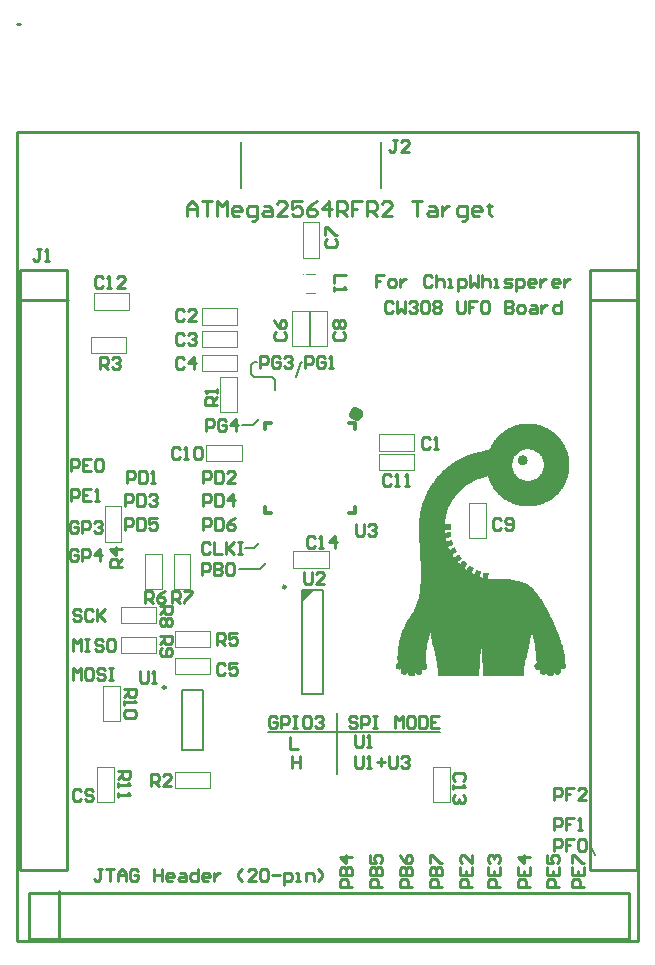
<source format=gto>
G04 Layer_Color=65535*
%FSLAX25Y25*%
%MOIN*%
G70*
G01*
G75*
%ADD22C,0.01000*%
%ADD41C,0.00984*%
%ADD42C,0.00394*%
%ADD43C,0.03937*%
%ADD44C,0.00787*%
%ADD45C,0.01181*%
%ADD46C,0.00500*%
G36*
X271542Y272546D02*
X272650D01*
Y272361D01*
X273389D01*
Y272176D01*
X274127D01*
Y271992D01*
X274681D01*
Y271807D01*
X275050D01*
Y271622D01*
X275604D01*
Y271438D01*
X275974D01*
Y271253D01*
X276343D01*
Y271068D01*
X276712D01*
Y270884D01*
X276897D01*
Y270699D01*
X277266D01*
Y270514D01*
X277451D01*
Y270330D01*
X277820D01*
Y270145D01*
X278005D01*
Y269960D01*
X278374D01*
Y269776D01*
X278559D01*
Y269591D01*
X278743D01*
Y269407D01*
X278928D01*
Y269222D01*
X279113D01*
Y269037D01*
X279297D01*
Y268853D01*
X279482D01*
Y268668D01*
X279667D01*
Y268483D01*
X279851D01*
Y268299D01*
X280036D01*
Y268114D01*
X280221D01*
Y267929D01*
X280405D01*
Y267745D01*
X280590D01*
Y267560D01*
X280775D01*
Y267375D01*
Y267191D01*
X280959D01*
Y267006D01*
X281144D01*
Y266821D01*
X281329D01*
Y266637D01*
Y266452D01*
X281513D01*
Y266267D01*
Y266083D01*
X281698D01*
Y265898D01*
X281883D01*
Y265714D01*
Y265529D01*
X282067D01*
Y265344D01*
Y265160D01*
X282252D01*
Y264975D01*
Y264790D01*
X282436D01*
Y264606D01*
Y264421D01*
Y264236D01*
X282621D01*
Y264052D01*
Y263867D01*
X282806D01*
Y263682D01*
Y263498D01*
Y263313D01*
X282990D01*
Y263128D01*
Y262944D01*
Y262759D01*
X283175D01*
Y262574D01*
Y262390D01*
Y262205D01*
Y262020D01*
X283360D01*
Y261836D01*
Y261651D01*
Y261467D01*
Y261282D01*
Y261097D01*
Y260912D01*
X283544D01*
Y260728D01*
Y260543D01*
Y260359D01*
Y260174D01*
Y259989D01*
Y259805D01*
Y259620D01*
Y259435D01*
Y259251D01*
Y259066D01*
Y258881D01*
Y258697D01*
Y258512D01*
Y258327D01*
Y258143D01*
Y257958D01*
Y257773D01*
Y257589D01*
Y257404D01*
Y257220D01*
Y257035D01*
X283360D01*
Y256850D01*
Y256665D01*
Y256481D01*
Y256296D01*
Y256112D01*
Y255927D01*
X283175D01*
Y255742D01*
Y255558D01*
Y255373D01*
Y255188D01*
X282990D01*
Y255004D01*
Y254819D01*
Y254634D01*
X282806D01*
Y254450D01*
Y254265D01*
Y254080D01*
X282621D01*
Y253896D01*
Y253711D01*
Y253526D01*
X282436D01*
Y253342D01*
Y253157D01*
X282252D01*
Y252973D01*
Y252788D01*
X282067D01*
Y252603D01*
Y252418D01*
X281883D01*
Y252234D01*
Y252049D01*
X281698D01*
Y251865D01*
Y251680D01*
X281513D01*
Y251495D01*
X281329D01*
Y251311D01*
Y251126D01*
X281144D01*
Y250941D01*
X280959D01*
Y250757D01*
Y250572D01*
X280775D01*
Y250387D01*
X280590D01*
Y250203D01*
X280405D01*
Y250018D01*
X280221D01*
Y249833D01*
X280036D01*
Y249649D01*
Y249464D01*
X279851D01*
Y249279D01*
X279667D01*
Y249095D01*
X279482D01*
Y248910D01*
X279297D01*
Y248726D01*
X278928D01*
Y248541D01*
X278743D01*
Y248356D01*
X278559D01*
Y248171D01*
X278374D01*
Y247987D01*
X278189D01*
Y247802D01*
X277820D01*
Y247618D01*
X277636D01*
Y247433D01*
X277266D01*
Y247248D01*
X277082D01*
Y247064D01*
X276712D01*
Y246879D01*
X276343D01*
Y246694D01*
X275974D01*
Y246510D01*
X275604D01*
Y246325D01*
X275235D01*
Y246140D01*
X274681D01*
Y245956D01*
X274127D01*
Y245771D01*
X273573D01*
Y245586D01*
X272834D01*
Y245402D01*
X271727D01*
Y245217D01*
X267849D01*
Y245402D01*
X266741D01*
Y245586D01*
X266002D01*
Y245771D01*
X265448D01*
Y245956D01*
X264895D01*
Y246140D01*
X264340D01*
Y246325D01*
X263971D01*
Y246510D01*
X263602D01*
Y246694D01*
X263233D01*
Y246879D01*
X262863D01*
Y247064D01*
X262679D01*
Y247248D01*
X262309D01*
Y247433D01*
X261940D01*
Y247618D01*
X261755D01*
Y247802D01*
X261571D01*
Y247987D01*
X261201D01*
Y248171D01*
X261017D01*
Y248356D01*
X260832D01*
Y248541D01*
X260648D01*
Y248726D01*
X260463D01*
Y248910D01*
X260093D01*
Y249095D01*
X259909D01*
Y249279D01*
X259724D01*
Y249464D01*
Y249649D01*
X259540D01*
Y249833D01*
X259355D01*
Y250018D01*
X259170D01*
Y250203D01*
X258986D01*
Y250387D01*
X258801D01*
Y250572D01*
Y250757D01*
X258616D01*
Y250941D01*
X258432D01*
Y251126D01*
X258247D01*
Y251311D01*
Y251495D01*
X258062D01*
Y251680D01*
Y251865D01*
X257878D01*
Y252049D01*
X257693D01*
Y252234D01*
Y252418D01*
X257508D01*
Y252603D01*
Y252788D01*
X257324D01*
Y252973D01*
Y253157D01*
X257139D01*
Y253342D01*
Y253526D01*
Y253711D01*
X256954D01*
Y253896D01*
Y254080D01*
X256770D01*
Y254265D01*
Y254450D01*
Y254634D01*
X256585D01*
Y254819D01*
Y255004D01*
X256400D01*
Y255188D01*
X256031D01*
Y255004D01*
X255108D01*
Y254819D01*
X254554D01*
Y254634D01*
X254000D01*
Y254450D01*
X253446D01*
Y254265D01*
X252892D01*
Y254080D01*
X252523D01*
Y253896D01*
X252153D01*
Y253711D01*
X251784D01*
Y253526D01*
X251415D01*
Y253342D01*
X251046D01*
Y253157D01*
X250676D01*
Y252973D01*
X250307D01*
Y252788D01*
X250122D01*
Y252603D01*
X249753D01*
Y252418D01*
X249568D01*
Y252234D01*
X249199D01*
Y252049D01*
X249014D01*
Y251865D01*
X248830D01*
Y251680D01*
X248460D01*
Y251495D01*
X248276D01*
Y251311D01*
X248091D01*
Y251126D01*
X247906D01*
Y250941D01*
X247722D01*
Y250757D01*
X247537D01*
Y250572D01*
X247353D01*
Y250387D01*
X247168D01*
Y250203D01*
X246983D01*
Y250018D01*
X246799D01*
Y249833D01*
X246614D01*
Y249649D01*
X246429D01*
Y249464D01*
X246245D01*
Y249279D01*
X246060D01*
Y249095D01*
X245875D01*
Y248910D01*
Y248726D01*
X245691D01*
Y248541D01*
X245506D01*
Y248356D01*
X245321D01*
Y248171D01*
Y247987D01*
X245137D01*
Y247802D01*
X244952D01*
Y247618D01*
X244767D01*
Y247433D01*
Y247248D01*
X244583D01*
Y247064D01*
Y246879D01*
X244398D01*
Y246694D01*
X244213D01*
Y246510D01*
Y246325D01*
X244029D01*
Y246140D01*
Y245956D01*
X243844D01*
Y245771D01*
Y245586D01*
X243659D01*
Y245402D01*
Y245217D01*
X243475D01*
Y245032D01*
Y244848D01*
X243290D01*
Y244663D01*
Y244479D01*
Y244294D01*
X243106D01*
Y244109D01*
Y243924D01*
X242921D01*
Y243740D01*
Y243555D01*
Y243371D01*
X242736D01*
Y243186D01*
Y243001D01*
Y242817D01*
Y242632D01*
X242551D01*
Y242447D01*
Y242263D01*
Y242078D01*
Y241893D01*
X242367D01*
Y241709D01*
Y241524D01*
Y241339D01*
Y241155D01*
Y240970D01*
X242182D01*
Y240785D01*
Y240601D01*
Y240416D01*
Y240231D01*
Y240047D01*
Y239862D01*
Y239678D01*
X241998D01*
Y239493D01*
Y239308D01*
X244029D01*
Y239124D01*
Y238939D01*
Y238754D01*
Y238570D01*
Y238385D01*
Y238200D01*
Y238016D01*
Y237831D01*
Y237646D01*
Y237462D01*
X241998D01*
Y237277D01*
Y237092D01*
Y236908D01*
Y236723D01*
Y236538D01*
X242182D01*
Y236354D01*
X242736D01*
Y236538D01*
X243844D01*
Y236723D01*
X244029D01*
Y236538D01*
Y236354D01*
Y236169D01*
Y235984D01*
Y235800D01*
Y235615D01*
X244213D01*
Y235431D01*
Y235246D01*
Y235061D01*
Y234876D01*
X243475D01*
Y234692D01*
X242551D01*
Y234507D01*
X242367D01*
Y234323D01*
X242551D01*
Y234138D01*
Y233953D01*
Y233769D01*
Y233584D01*
X242736D01*
Y233399D01*
X242921D01*
Y233584D01*
X243290D01*
Y233769D01*
X243844D01*
Y233953D01*
X244398D01*
Y233769D01*
X244583D01*
Y233584D01*
Y233399D01*
Y233215D01*
X244767D01*
Y233030D01*
Y232845D01*
X244952D01*
Y232661D01*
Y232476D01*
Y232291D01*
X244583D01*
Y232107D01*
X244029D01*
Y231922D01*
X243475D01*
Y231737D01*
X243290D01*
Y231553D01*
Y231368D01*
X243475D01*
Y231184D01*
Y230999D01*
X243659D01*
Y230814D01*
X244029D01*
Y230999D01*
X244398D01*
Y231184D01*
X244767D01*
Y231368D01*
X245137D01*
Y231553D01*
X245321D01*
Y231368D01*
X245506D01*
Y231184D01*
Y230999D01*
X245691D01*
Y230814D01*
Y230629D01*
X245875D01*
Y230445D01*
X246060D01*
Y230260D01*
Y230076D01*
Y229891D01*
X245875D01*
Y229706D01*
X245506D01*
Y229522D01*
X245137D01*
Y229337D01*
X244952D01*
Y229152D01*
X244583D01*
Y228968D01*
X244767D01*
Y228783D01*
Y228598D01*
X244952D01*
Y228414D01*
X245137D01*
Y228229D01*
X245506D01*
Y228414D01*
X245691D01*
Y228598D01*
X245875D01*
Y228783D01*
X246060D01*
Y228968D01*
X246245D01*
Y229152D01*
X246799D01*
Y228968D01*
X246983D01*
Y228783D01*
Y228598D01*
X247168D01*
Y228414D01*
X247353D01*
Y228229D01*
X247537D01*
Y228044D01*
X247722D01*
Y227860D01*
Y227675D01*
X247353D01*
Y227490D01*
X247168D01*
Y227306D01*
X246983D01*
Y227121D01*
X246799D01*
Y226937D01*
X246614D01*
Y226752D01*
X246429D01*
Y226567D01*
X246614D01*
Y226382D01*
X246799D01*
Y226198D01*
X246983D01*
Y226013D01*
X247353D01*
Y226198D01*
Y226382D01*
X247537D01*
Y226567D01*
X247722D01*
Y226752D01*
X247906D01*
Y226937D01*
X248091D01*
Y227121D01*
X248460D01*
Y226937D01*
X248645D01*
Y226752D01*
X248830D01*
Y226567D01*
X249199D01*
Y226382D01*
X249384D01*
Y226198D01*
X249568D01*
Y226013D01*
Y225829D01*
X249384D01*
Y225644D01*
X249199D01*
Y225459D01*
X249014D01*
Y225275D01*
Y225090D01*
X248830D01*
Y224905D01*
X248645D01*
Y224721D01*
Y224536D01*
X248830D01*
Y224351D01*
X249014D01*
Y224167D01*
X249199D01*
Y223982D01*
X249384D01*
Y224167D01*
X249568D01*
Y224351D01*
Y224536D01*
X249753D01*
Y224721D01*
X249938D01*
Y224905D01*
Y225090D01*
X250122D01*
Y225275D01*
Y225459D01*
X250492D01*
Y225275D01*
X250861D01*
Y225090D01*
X251046D01*
Y224905D01*
X251415D01*
Y224721D01*
X251784D01*
Y224536D01*
Y224351D01*
X251600D01*
Y224167D01*
Y223982D01*
X251415D01*
Y223797D01*
Y223613D01*
X251230D01*
Y223428D01*
X251046D01*
Y223243D01*
Y223059D01*
Y222874D01*
X251415D01*
Y222690D01*
X251784D01*
Y222505D01*
X251969D01*
Y222690D01*
Y222874D01*
X252153D01*
Y223059D01*
Y223243D01*
Y223428D01*
X252338D01*
Y223613D01*
Y223797D01*
X252523D01*
Y223982D01*
X253077D01*
Y223797D01*
X253631D01*
Y223613D01*
X254185D01*
Y223428D01*
Y223243D01*
Y223059D01*
X254000D01*
Y222874D01*
Y222690D01*
X253815D01*
Y222505D01*
Y222320D01*
Y222135D01*
X253631D01*
Y221951D01*
Y221766D01*
X254000D01*
Y221582D01*
X254554D01*
Y221397D01*
X254739D01*
Y221582D01*
Y221766D01*
Y221951D01*
Y222135D01*
X254923D01*
Y222320D01*
Y222505D01*
Y222690D01*
Y222874D01*
Y223059D01*
X256031D01*
Y222874D01*
X256770D01*
Y222690D01*
Y222505D01*
Y222320D01*
X256585D01*
Y222135D01*
Y221951D01*
Y221766D01*
Y221582D01*
Y221397D01*
Y221212D01*
Y221028D01*
X258801D01*
Y220843D01*
X263971D01*
Y220658D01*
X265448D01*
Y220474D01*
X266372D01*
Y220289D01*
X267110D01*
Y220104D01*
X267849D01*
Y219920D01*
X268218D01*
Y219735D01*
X268772D01*
Y219550D01*
X269142D01*
Y219366D01*
X269511D01*
Y219181D01*
X269695D01*
Y218996D01*
X270065D01*
Y218812D01*
X270249D01*
Y218627D01*
X270434D01*
Y218443D01*
X270803D01*
Y218258D01*
X270988D01*
Y218073D01*
X271173D01*
Y217888D01*
X271357D01*
Y217704D01*
X271542D01*
Y217519D01*
X271727D01*
Y217335D01*
X271911D01*
Y217150D01*
X272096D01*
Y216965D01*
X272281D01*
Y216781D01*
X272465D01*
Y216596D01*
Y216411D01*
X272650D01*
Y216227D01*
X272834D01*
Y216042D01*
X273019D01*
Y215857D01*
X273204D01*
Y215673D01*
Y215488D01*
X273389D01*
Y215303D01*
X273573D01*
Y215119D01*
Y214934D01*
X273758D01*
Y214749D01*
X273942D01*
Y214565D01*
Y214380D01*
X274127D01*
Y214195D01*
X274312D01*
Y214011D01*
Y213826D01*
X274496D01*
Y213642D01*
X274681D01*
Y213457D01*
Y213272D01*
X274866D01*
Y213088D01*
Y212903D01*
X275050D01*
Y212718D01*
X275235D01*
Y212534D01*
Y212349D01*
X275420D01*
Y212164D01*
Y211980D01*
X275604D01*
Y211795D01*
X275789D01*
Y211610D01*
Y211426D01*
X275974D01*
Y211241D01*
Y211056D01*
X276158D01*
Y210872D01*
Y210687D01*
X276343D01*
Y210502D01*
Y210318D01*
X276528D01*
Y210133D01*
Y209948D01*
X276712D01*
Y209764D01*
Y209579D01*
X276897D01*
Y209395D01*
Y209210D01*
X277082D01*
Y209025D01*
Y208840D01*
X277266D01*
Y208656D01*
Y208471D01*
X277451D01*
Y208287D01*
Y208102D01*
X277636D01*
Y207917D01*
Y207733D01*
X277820D01*
Y207548D01*
Y207363D01*
X278005D01*
Y207179D01*
Y206994D01*
X278189D01*
Y206809D01*
Y206625D01*
X278374D01*
Y206440D01*
Y206255D01*
X278559D01*
Y206071D01*
Y205886D01*
Y205701D01*
X278743D01*
Y205517D01*
Y205332D01*
X278928D01*
Y205148D01*
Y204963D01*
X279113D01*
Y204778D01*
Y204593D01*
Y204409D01*
X279297D01*
Y204224D01*
Y204040D01*
X279482D01*
Y203855D01*
Y203670D01*
Y203486D01*
X279667D01*
Y203301D01*
Y203116D01*
X279851D01*
Y202932D01*
Y202747D01*
Y202562D01*
X280036D01*
Y202378D01*
Y202193D01*
Y202008D01*
X280221D01*
Y201824D01*
Y201639D01*
X280405D01*
Y201454D01*
Y201270D01*
Y201085D01*
X280590D01*
Y200901D01*
Y200716D01*
Y200531D01*
X280775D01*
Y200346D01*
Y200162D01*
Y199977D01*
X280959D01*
Y199793D01*
Y199608D01*
Y199423D01*
X281144D01*
Y199239D01*
Y199054D01*
Y198869D01*
X281329D01*
Y198685D01*
Y198500D01*
Y198315D01*
Y198131D01*
X281513D01*
Y197946D01*
Y197761D01*
Y197577D01*
Y197392D01*
X281698D01*
Y197207D01*
Y197023D01*
Y196838D01*
Y196653D01*
X281883D01*
Y196469D01*
Y196284D01*
Y196099D01*
Y195915D01*
X282067D01*
Y195730D01*
Y195546D01*
Y195361D01*
Y195176D01*
Y194992D01*
Y194807D01*
Y194622D01*
Y194438D01*
Y194253D01*
Y194068D01*
Y193884D01*
Y193699D01*
Y193514D01*
Y193330D01*
Y193145D01*
Y192960D01*
X282252D01*
Y192776D01*
X282436D01*
Y192591D01*
Y192406D01*
X282621D01*
Y192222D01*
Y192037D01*
Y191852D01*
Y191668D01*
X282436D01*
Y191483D01*
Y191299D01*
X282252D01*
Y191114D01*
X282067D01*
Y190929D01*
X281513D01*
Y190745D01*
X281329D01*
Y190929D01*
X280775D01*
Y190745D01*
Y190560D01*
Y190375D01*
Y190191D01*
Y190006D01*
Y189821D01*
Y189637D01*
X280590D01*
Y189452D01*
Y189267D01*
X280221D01*
Y189083D01*
X279113D01*
Y189267D01*
X278928D01*
Y189452D01*
X278743D01*
Y189637D01*
X278559D01*
Y189452D01*
Y189267D01*
X278374D01*
Y189083D01*
Y188898D01*
X278189D01*
Y188713D01*
X278005D01*
Y188529D01*
X276528D01*
Y188713D01*
X276343D01*
Y188898D01*
Y189083D01*
X276158D01*
Y189267D01*
Y189452D01*
Y189637D01*
X275974D01*
Y189452D01*
X275789D01*
Y189267D01*
X275604D01*
Y189083D01*
X274312D01*
Y189267D01*
X273942D01*
Y189452D01*
Y189637D01*
X273758D01*
Y189821D01*
Y190006D01*
Y190191D01*
Y190375D01*
Y190560D01*
Y190745D01*
X272465D01*
Y190929D01*
X272281D01*
Y191114D01*
X272096D01*
Y191299D01*
Y191483D01*
Y191668D01*
X271911D01*
Y191852D01*
Y192037D01*
Y192222D01*
X272096D01*
Y192406D01*
Y192591D01*
X272281D01*
Y192776D01*
X272465D01*
Y192960D01*
X272650D01*
Y193145D01*
Y193330D01*
Y193514D01*
X272465D01*
Y193699D01*
Y193884D01*
Y194068D01*
Y194253D01*
Y194438D01*
Y194622D01*
Y194807D01*
Y194992D01*
Y195176D01*
Y195361D01*
Y195546D01*
Y195730D01*
Y195915D01*
Y196099D01*
Y196284D01*
Y196469D01*
Y196653D01*
Y196838D01*
Y197023D01*
X272281D01*
Y197207D01*
Y197392D01*
Y197577D01*
Y197761D01*
Y197946D01*
Y198131D01*
Y198315D01*
Y198500D01*
X272096D01*
Y198685D01*
Y198869D01*
Y199054D01*
Y199239D01*
Y199423D01*
Y199608D01*
X271911D01*
Y199793D01*
Y199977D01*
Y200162D01*
Y200346D01*
X271727D01*
Y200531D01*
Y200716D01*
Y200901D01*
Y201085D01*
X271542D01*
Y201270D01*
Y201454D01*
Y201639D01*
Y201824D01*
X271357D01*
Y202008D01*
Y202193D01*
Y202378D01*
X271173D01*
Y202562D01*
Y202747D01*
Y202932D01*
X270988D01*
Y202747D01*
Y202562D01*
Y202378D01*
X270803D01*
Y202193D01*
Y202008D01*
Y201824D01*
Y201639D01*
Y201454D01*
Y201270D01*
X270619D01*
Y201085D01*
Y200901D01*
Y200716D01*
Y200531D01*
Y200346D01*
Y200162D01*
X270434D01*
Y199977D01*
Y199793D01*
Y199608D01*
Y199423D01*
X270249D01*
Y199239D01*
Y199054D01*
Y198869D01*
Y198685D01*
Y198500D01*
X270065D01*
Y198315D01*
Y198131D01*
Y197946D01*
Y197761D01*
X269880D01*
Y197577D01*
Y197392D01*
Y197207D01*
Y197023D01*
X269695D01*
Y196838D01*
Y196653D01*
Y196469D01*
Y196284D01*
X269511D01*
Y196099D01*
Y195915D01*
Y195730D01*
Y195546D01*
X269326D01*
Y195361D01*
Y195176D01*
Y194992D01*
Y194807D01*
X269142D01*
Y194622D01*
Y194438D01*
Y194253D01*
Y194068D01*
Y193884D01*
X268957D01*
Y193699D01*
Y193514D01*
Y193330D01*
Y193145D01*
Y192960D01*
X268772D01*
Y192776D01*
Y192591D01*
Y192406D01*
Y192222D01*
Y192037D01*
Y191852D01*
X268587D01*
Y191668D01*
Y191483D01*
Y191299D01*
Y191114D01*
Y190929D01*
Y190745D01*
Y190560D01*
Y190375D01*
Y190191D01*
Y190006D01*
Y189821D01*
X268403D01*
Y189637D01*
Y189452D01*
Y189267D01*
Y189083D01*
Y188898D01*
Y188713D01*
Y188529D01*
X254923D01*
Y188713D01*
Y188898D01*
Y189083D01*
Y189267D01*
Y189452D01*
Y189637D01*
Y189821D01*
Y190006D01*
Y190191D01*
Y190375D01*
X254739D01*
Y190560D01*
Y190745D01*
Y190929D01*
Y191114D01*
Y191299D01*
Y191483D01*
Y191668D01*
Y191852D01*
Y192037D01*
Y192222D01*
Y192406D01*
Y192591D01*
Y192776D01*
Y192960D01*
X254554D01*
Y193145D01*
Y193330D01*
Y193514D01*
Y193699D01*
Y193884D01*
Y194068D01*
Y194253D01*
Y194438D01*
Y194622D01*
Y194807D01*
Y194992D01*
Y195176D01*
Y195361D01*
X254369D01*
Y195546D01*
Y195730D01*
Y195915D01*
Y196099D01*
Y196284D01*
Y196469D01*
Y196653D01*
Y196838D01*
Y197023D01*
Y197207D01*
Y197392D01*
Y197577D01*
Y197761D01*
X254185D01*
Y197946D01*
Y198131D01*
Y198315D01*
Y198500D01*
X254000D01*
Y198315D01*
Y198131D01*
Y197946D01*
Y197761D01*
Y197577D01*
Y197392D01*
Y197207D01*
Y197023D01*
Y196838D01*
Y196653D01*
Y196469D01*
Y196284D01*
Y196099D01*
X253815D01*
Y195915D01*
Y195730D01*
Y195546D01*
Y195361D01*
Y195176D01*
Y194992D01*
Y194807D01*
Y194622D01*
Y194438D01*
Y194253D01*
Y194068D01*
Y193884D01*
Y193699D01*
Y193514D01*
X253631D01*
Y193330D01*
Y193145D01*
Y192960D01*
Y192776D01*
Y192591D01*
Y192406D01*
Y192222D01*
Y192037D01*
Y191852D01*
Y191668D01*
Y191483D01*
Y191299D01*
Y191114D01*
X253446D01*
Y190929D01*
Y190745D01*
Y190560D01*
Y190375D01*
Y190191D01*
Y190006D01*
Y189821D01*
Y189637D01*
Y189452D01*
Y189267D01*
Y189083D01*
Y188898D01*
Y188713D01*
Y188529D01*
X239782D01*
Y188713D01*
Y188898D01*
Y189083D01*
Y189267D01*
Y189452D01*
Y189637D01*
Y189821D01*
Y190006D01*
Y190191D01*
Y190375D01*
Y190560D01*
Y190745D01*
Y190929D01*
Y191114D01*
Y191299D01*
X239597D01*
Y191483D01*
Y191668D01*
Y191852D01*
Y192037D01*
Y192222D01*
Y192406D01*
Y192591D01*
Y192776D01*
X239412D01*
Y192960D01*
Y193145D01*
Y193330D01*
Y193514D01*
Y193699D01*
X239228D01*
Y193884D01*
Y194068D01*
Y194253D01*
Y194438D01*
Y194622D01*
X239043D01*
Y194807D01*
Y194992D01*
Y195176D01*
Y195361D01*
X238859D01*
Y195546D01*
Y195730D01*
Y195915D01*
Y196099D01*
X238674D01*
Y196284D01*
Y196469D01*
Y196653D01*
Y196838D01*
X238489D01*
Y197023D01*
Y197207D01*
Y197392D01*
Y197577D01*
X238304D01*
Y197761D01*
Y197946D01*
Y198131D01*
Y198315D01*
X238120D01*
Y198500D01*
Y198685D01*
Y198869D01*
Y199054D01*
X237935D01*
Y199239D01*
Y199423D01*
Y199608D01*
Y199793D01*
Y199977D01*
X237751D01*
Y200162D01*
Y200346D01*
Y200531D01*
Y200716D01*
Y200901D01*
X237566D01*
Y201085D01*
Y201270D01*
Y201454D01*
Y201639D01*
Y201824D01*
Y202008D01*
X237381D01*
Y202193D01*
Y202378D01*
Y202562D01*
Y202747D01*
Y202932D01*
X237197D01*
Y202747D01*
Y202562D01*
X237012D01*
Y202378D01*
Y202193D01*
Y202008D01*
X236827D01*
Y201824D01*
Y201639D01*
Y201454D01*
Y201270D01*
X236643D01*
Y201085D01*
Y200901D01*
Y200716D01*
Y200531D01*
X236458D01*
Y200346D01*
Y200162D01*
Y199977D01*
Y199793D01*
X236273D01*
Y199608D01*
Y199423D01*
Y199239D01*
Y199054D01*
Y198869D01*
Y198685D01*
X236089D01*
Y198500D01*
Y198315D01*
Y198131D01*
Y197946D01*
Y197761D01*
Y197577D01*
Y197392D01*
X235904D01*
Y197207D01*
Y197023D01*
Y196838D01*
Y196653D01*
Y196469D01*
Y196284D01*
Y196099D01*
Y195915D01*
Y195730D01*
Y195546D01*
Y195361D01*
Y195176D01*
Y194992D01*
Y194807D01*
Y194622D01*
Y194438D01*
Y194253D01*
Y194068D01*
X235719D01*
Y193884D01*
Y193699D01*
Y193514D01*
Y193330D01*
Y193145D01*
Y192960D01*
X235904D01*
Y192776D01*
X236089D01*
Y192591D01*
X236273D01*
Y192406D01*
Y192222D01*
Y192037D01*
Y191852D01*
Y191668D01*
Y191483D01*
Y191299D01*
X236089D01*
Y191114D01*
Y190929D01*
X235719D01*
Y190745D01*
X234612D01*
Y190929D01*
X234427D01*
Y190745D01*
Y190560D01*
X234612D01*
Y190375D01*
Y190191D01*
Y190006D01*
Y189821D01*
X234427D01*
Y189637D01*
Y189452D01*
X234242D01*
Y189267D01*
X234057D01*
Y189083D01*
X232765D01*
Y189267D01*
X232396D01*
Y189452D01*
Y189637D01*
X232211D01*
Y189452D01*
Y189267D01*
Y189083D01*
X232026D01*
Y188898D01*
Y188713D01*
X231657D01*
Y188529D01*
X230364D01*
Y188713D01*
X229995D01*
Y188898D01*
Y189083D01*
X229811D01*
Y189267D01*
Y189452D01*
Y189637D01*
X229626D01*
Y189452D01*
X229441D01*
Y189267D01*
X229072D01*
Y189083D01*
X228149D01*
Y189267D01*
X227779D01*
Y189452D01*
X227595D01*
Y189637D01*
Y189821D01*
X227410D01*
Y190006D01*
Y190191D01*
Y190375D01*
Y190560D01*
X227595D01*
Y190745D01*
Y190929D01*
X227041D01*
Y190745D01*
X226856D01*
Y190929D01*
X226117D01*
Y191114D01*
X225933D01*
Y191299D01*
Y191483D01*
X225748D01*
Y191668D01*
Y191852D01*
Y192037D01*
Y192222D01*
Y192406D01*
Y192591D01*
X225933D01*
Y192776D01*
X226117D01*
Y192960D01*
X226302D01*
Y193145D01*
Y193330D01*
Y193514D01*
Y193699D01*
Y193884D01*
X226117D01*
Y194068D01*
Y194253D01*
Y194438D01*
Y194622D01*
Y194807D01*
Y194992D01*
Y195176D01*
Y195361D01*
X226302D01*
Y195546D01*
Y195730D01*
Y195915D01*
Y196099D01*
Y196284D01*
Y196469D01*
Y196653D01*
Y196838D01*
Y197023D01*
Y197207D01*
Y197392D01*
Y197577D01*
X226487D01*
Y197761D01*
Y197946D01*
Y198131D01*
Y198315D01*
Y198500D01*
Y198685D01*
X226671D01*
Y198869D01*
Y199054D01*
Y199239D01*
Y199423D01*
Y199608D01*
X226856D01*
Y199793D01*
Y199977D01*
Y200162D01*
Y200346D01*
Y200531D01*
X227041D01*
Y200716D01*
Y200901D01*
Y201085D01*
X227225D01*
Y201270D01*
Y201454D01*
Y201639D01*
Y201824D01*
X227410D01*
Y202008D01*
Y202193D01*
Y202378D01*
X227595D01*
Y202562D01*
Y202747D01*
Y202932D01*
X227779D01*
Y203116D01*
Y203301D01*
X227964D01*
Y203486D01*
Y203670D01*
Y203855D01*
X228149D01*
Y204040D01*
Y204224D01*
X228333D01*
Y204409D01*
Y204593D01*
Y204778D01*
X228518D01*
Y204963D01*
Y205148D01*
X228703D01*
Y205332D01*
Y205517D01*
X228887D01*
Y205701D01*
Y205886D01*
X229072D01*
Y206071D01*
Y206255D01*
X229257D01*
Y206440D01*
Y206625D01*
X229441D01*
Y206809D01*
Y206994D01*
X229626D01*
Y207179D01*
X229811D01*
Y207363D01*
Y207548D01*
X229995D01*
Y207733D01*
Y207917D01*
X230180D01*
Y208102D01*
X230364D01*
Y208287D01*
Y208471D01*
X230549D01*
Y208656D01*
X230734D01*
Y208840D01*
Y209025D01*
X230918D01*
Y209210D01*
X231103D01*
Y209395D01*
Y209579D01*
X231288D01*
Y209764D01*
X231472D01*
Y209948D01*
Y210133D01*
X231657D01*
Y210318D01*
Y210502D01*
X231842D01*
Y210687D01*
Y210872D01*
X232026D01*
Y211056D01*
Y211241D01*
X232211D01*
Y211426D01*
Y211610D01*
X232396D01*
Y211795D01*
Y211980D01*
X232580D01*
Y212164D01*
Y212349D01*
Y212534D01*
X232765D01*
Y212718D01*
Y212903D01*
Y213088D01*
X232950D01*
Y213272D01*
Y213457D01*
Y213642D01*
X233134D01*
Y213826D01*
Y214011D01*
Y214195D01*
Y214380D01*
X233319D01*
Y214565D01*
Y214749D01*
Y214934D01*
Y215119D01*
X233504D01*
Y215303D01*
Y215488D01*
Y215673D01*
Y215857D01*
Y216042D01*
X233688D01*
Y216227D01*
Y216411D01*
Y216596D01*
Y216781D01*
Y216965D01*
Y217150D01*
Y217335D01*
X233873D01*
Y217519D01*
Y217704D01*
Y217888D01*
Y218073D01*
Y218258D01*
Y218443D01*
Y218627D01*
Y218812D01*
Y218996D01*
Y219181D01*
Y219366D01*
X234057D01*
Y219550D01*
Y219735D01*
Y219920D01*
Y220104D01*
Y220289D01*
Y220474D01*
Y220658D01*
Y220843D01*
Y221028D01*
Y221212D01*
Y221397D01*
Y221582D01*
Y221766D01*
Y221951D01*
Y222135D01*
Y222320D01*
Y222505D01*
Y222690D01*
Y222874D01*
Y223059D01*
Y223243D01*
Y223428D01*
Y223613D01*
Y223797D01*
Y223982D01*
Y224167D01*
Y224351D01*
Y224536D01*
Y224721D01*
Y224905D01*
Y225090D01*
Y225275D01*
Y225459D01*
Y225644D01*
Y225829D01*
Y226013D01*
Y226198D01*
Y226382D01*
Y226567D01*
Y226752D01*
Y226937D01*
X233873D01*
Y227121D01*
Y227306D01*
Y227490D01*
Y227675D01*
Y227860D01*
Y228044D01*
Y228229D01*
Y228414D01*
Y228598D01*
Y228783D01*
Y228968D01*
Y229152D01*
Y229337D01*
Y229522D01*
Y229706D01*
Y229891D01*
Y230076D01*
X233688D01*
Y230260D01*
Y230445D01*
Y230629D01*
Y230814D01*
Y230999D01*
Y231184D01*
Y231368D01*
Y231553D01*
Y231737D01*
Y231922D01*
Y232107D01*
Y232291D01*
Y232476D01*
Y232661D01*
Y232845D01*
Y233030D01*
X233504D01*
Y233215D01*
Y233399D01*
Y233584D01*
Y233769D01*
Y233953D01*
Y234138D01*
Y234323D01*
Y234507D01*
Y234692D01*
Y234876D01*
Y235061D01*
Y235246D01*
Y235431D01*
Y235615D01*
Y235800D01*
Y235984D01*
Y236169D01*
Y236354D01*
Y236538D01*
Y236723D01*
Y236908D01*
Y237092D01*
Y237277D01*
Y237462D01*
Y237646D01*
Y237831D01*
Y238016D01*
Y238200D01*
Y238385D01*
Y238570D01*
Y238754D01*
Y238939D01*
Y239124D01*
Y239308D01*
Y239493D01*
Y239678D01*
Y239862D01*
Y240047D01*
Y240231D01*
Y240416D01*
Y240601D01*
Y240785D01*
Y240970D01*
Y241155D01*
Y241339D01*
X233688D01*
Y241524D01*
Y241709D01*
Y241893D01*
Y242078D01*
Y242263D01*
Y242447D01*
Y242632D01*
X233873D01*
Y242817D01*
Y243001D01*
Y243186D01*
Y243371D01*
Y243555D01*
X234057D01*
Y243740D01*
Y243924D01*
Y244109D01*
Y244294D01*
X234242D01*
Y244479D01*
Y244663D01*
Y244848D01*
Y245032D01*
X234427D01*
Y245217D01*
Y245402D01*
Y245586D01*
Y245771D01*
X234612D01*
Y245956D01*
Y246140D01*
Y246325D01*
X234796D01*
Y246510D01*
Y246694D01*
Y246879D01*
X234981D01*
Y247064D01*
Y247248D01*
Y247433D01*
X235166D01*
Y247618D01*
Y247802D01*
X235350D01*
Y247987D01*
Y248171D01*
Y248356D01*
X235535D01*
Y248541D01*
Y248726D01*
X235719D01*
Y248910D01*
Y249095D01*
X235904D01*
Y249279D01*
Y249464D01*
X236089D01*
Y249649D01*
Y249833D01*
X236273D01*
Y250018D01*
Y250203D01*
X236458D01*
Y250387D01*
Y250572D01*
X236643D01*
Y250757D01*
Y250941D01*
X236827D01*
Y251126D01*
Y251311D01*
X237012D01*
Y251495D01*
X237197D01*
Y251680D01*
Y251865D01*
X237381D01*
Y252049D01*
X237566D01*
Y252234D01*
Y252418D01*
X237751D01*
Y252603D01*
Y252788D01*
X237935D01*
Y252973D01*
X238120D01*
Y253157D01*
X238304D01*
Y253342D01*
Y253526D01*
X238489D01*
Y253711D01*
X238674D01*
Y253896D01*
X238859D01*
Y254080D01*
Y254265D01*
X239043D01*
Y254450D01*
X239228D01*
Y254634D01*
X239412D01*
Y254819D01*
X239597D01*
Y255004D01*
Y255188D01*
X239782D01*
Y255373D01*
X239966D01*
Y255558D01*
X240151D01*
Y255742D01*
X240336D01*
Y255927D01*
X240520D01*
Y256112D01*
X240705D01*
Y256296D01*
X240890D01*
Y256481D01*
X241074D01*
Y256665D01*
X241259D01*
Y256850D01*
X241444D01*
Y257035D01*
X241628D01*
Y257220D01*
X241813D01*
Y257404D01*
X241998D01*
Y257589D01*
X242182D01*
Y257773D01*
X242367D01*
Y257958D01*
X242736D01*
Y258143D01*
X242921D01*
Y258327D01*
X243106D01*
Y258512D01*
X243290D01*
Y258697D01*
X243659D01*
Y258881D01*
X243844D01*
Y259066D01*
X244029D01*
Y259251D01*
X244398D01*
Y259435D01*
X244583D01*
Y259620D01*
X244952D01*
Y259805D01*
X245137D01*
Y259989D01*
X245506D01*
Y260174D01*
X245691D01*
Y260359D01*
X246060D01*
Y260543D01*
X246429D01*
Y260728D01*
X246799D01*
Y260912D01*
X246983D01*
Y261097D01*
X247353D01*
Y261282D01*
X247722D01*
Y261467D01*
X248091D01*
Y261651D01*
X248645D01*
Y261836D01*
X249014D01*
Y262020D01*
X249384D01*
Y262205D01*
X249938D01*
Y262390D01*
X250307D01*
Y262574D01*
X250861D01*
Y262759D01*
X251415D01*
Y262944D01*
X252153D01*
Y263128D01*
X252707D01*
Y263313D01*
X253446D01*
Y263498D01*
X254369D01*
Y263682D01*
X255477D01*
Y263867D01*
X256954D01*
Y264052D01*
Y264236D01*
X257139D01*
Y264421D01*
Y264606D01*
X257324D01*
Y264790D01*
Y264975D01*
Y265160D01*
X257508D01*
Y265344D01*
Y265529D01*
X257693D01*
Y265714D01*
X257878D01*
Y265898D01*
Y266083D01*
X258062D01*
Y266267D01*
Y266452D01*
X258247D01*
Y266637D01*
X258432D01*
Y266821D01*
Y267006D01*
X258616D01*
Y267191D01*
X258801D01*
Y267375D01*
X258986D01*
Y267560D01*
Y267745D01*
X259170D01*
Y267929D01*
X259355D01*
Y268114D01*
X259540D01*
Y268299D01*
X259724D01*
Y268483D01*
X259909D01*
Y268668D01*
X260093D01*
Y268853D01*
X260278D01*
Y269037D01*
X260463D01*
Y269222D01*
X260648D01*
Y269407D01*
X260832D01*
Y269591D01*
X261017D01*
Y269776D01*
X261386D01*
Y269960D01*
X261571D01*
Y270145D01*
X261755D01*
Y270330D01*
X262125D01*
Y270514D01*
X262309D01*
Y270699D01*
X262679D01*
Y270884D01*
X263048D01*
Y271068D01*
X263233D01*
Y271253D01*
X263602D01*
Y271438D01*
X264156D01*
Y271622D01*
X264525D01*
Y271807D01*
X264895D01*
Y271992D01*
X265448D01*
Y272176D01*
X266187D01*
Y272361D01*
X266926D01*
Y272546D01*
X268034D01*
Y272730D01*
X271542D01*
Y272546D01*
D02*
G37*
G36*
X194457Y213386D02*
Y217323D01*
X198394D01*
X194457Y213386D01*
D02*
G37*
%LPC*%
G36*
X273942Y190929D02*
X273758D01*
Y190745D01*
X273942D01*
Y190929D01*
D02*
G37*
G36*
X270619Y264236D02*
X268957D01*
Y264052D01*
X268218D01*
Y263867D01*
X267664D01*
Y263682D01*
X267295D01*
Y263498D01*
X266926D01*
Y263313D01*
X266741D01*
Y263128D01*
X266556D01*
Y262944D01*
X266372D01*
Y262759D01*
X266187D01*
Y262574D01*
X266002D01*
Y262390D01*
X265818D01*
Y262205D01*
X265633D01*
Y262020D01*
X265448D01*
Y261836D01*
X265264D01*
Y261651D01*
Y261467D01*
X265079D01*
Y261282D01*
Y261097D01*
X264895D01*
Y260912D01*
Y260728D01*
Y260543D01*
X264710D01*
Y260359D01*
Y260174D01*
Y259989D01*
Y259805D01*
X264525D01*
Y259620D01*
Y259435D01*
Y259251D01*
Y259066D01*
Y258881D01*
Y258697D01*
Y258512D01*
Y258327D01*
Y258143D01*
Y257958D01*
X264710D01*
Y257773D01*
Y257589D01*
Y257404D01*
Y257220D01*
X264895D01*
Y257035D01*
Y256850D01*
X265079D01*
Y256665D01*
Y256481D01*
X265264D01*
Y256296D01*
Y256112D01*
X265448D01*
Y255927D01*
X265633D01*
Y255742D01*
X265818D01*
Y255558D01*
Y255373D01*
X266002D01*
Y255188D01*
X266187D01*
Y255004D01*
X266372D01*
Y254819D01*
X266741D01*
Y254634D01*
X266926D01*
Y254450D01*
X267295D01*
Y254265D01*
X267664D01*
Y254080D01*
X268034D01*
Y253896D01*
X268772D01*
Y253711D01*
X270803D01*
Y253896D01*
X271542D01*
Y254080D01*
X271911D01*
Y254265D01*
X272281D01*
Y254450D01*
X272650D01*
Y254634D01*
X272834D01*
Y254819D01*
X273204D01*
Y255004D01*
X273389D01*
Y255188D01*
X273573D01*
Y255373D01*
X273758D01*
Y255558D01*
X273942D01*
Y255742D01*
Y255927D01*
X274127D01*
Y256112D01*
X274312D01*
Y256296D01*
Y256481D01*
X274496D01*
Y256665D01*
Y256850D01*
X274681D01*
Y257035D01*
Y257220D01*
X274866D01*
Y257404D01*
Y257589D01*
Y257773D01*
Y257958D01*
X275050D01*
Y258143D01*
Y258327D01*
Y258512D01*
Y258697D01*
Y258881D01*
Y259066D01*
Y259251D01*
Y259435D01*
Y259620D01*
Y259805D01*
Y259989D01*
X274866D01*
Y260174D01*
Y260359D01*
Y260543D01*
Y260728D01*
X274681D01*
Y260912D01*
Y261097D01*
X274496D01*
Y261282D01*
Y261467D01*
X274312D01*
Y261651D01*
Y261836D01*
X274127D01*
Y262020D01*
X273942D01*
Y262205D01*
X273758D01*
Y262390D01*
Y262574D01*
X273573D01*
Y262759D01*
X273389D01*
Y262944D01*
X273019D01*
Y263128D01*
X272834D01*
Y263313D01*
X272650D01*
Y263498D01*
X272281D01*
Y263682D01*
X271911D01*
Y263867D01*
X271357D01*
Y264052D01*
X270619D01*
Y264236D01*
D02*
G37*
%LPD*%
G36*
X268403Y262020D02*
X268957D01*
Y261836D01*
X269142D01*
Y261651D01*
X269326D01*
Y261467D01*
X269511D01*
Y261282D01*
Y261097D01*
Y260912D01*
Y260728D01*
X269695D01*
Y260543D01*
Y260359D01*
X269511D01*
Y260174D01*
Y259989D01*
Y259805D01*
X269326D01*
Y259620D01*
Y259435D01*
X269142D01*
Y259251D01*
X268772D01*
Y259066D01*
X267295D01*
Y259251D01*
X266926D01*
Y259435D01*
X266741D01*
Y259620D01*
Y259805D01*
X266556D01*
Y259989D01*
Y260174D01*
Y260359D01*
Y260543D01*
Y260728D01*
Y260912D01*
Y261097D01*
Y261282D01*
X266741D01*
Y261467D01*
Y261651D01*
X266926D01*
Y261836D01*
X267110D01*
Y262020D01*
X267664D01*
Y262205D01*
X268403D01*
Y262020D01*
D02*
G37*
D22*
X290626Y124000D02*
Y324000D01*
Y124000D02*
X306000D01*
X290626Y324000D02*
X306000D01*
X290626Y314000D02*
X306374D01*
X103500Y101126D02*
X303500D01*
Y116500D01*
X103500D02*
X303500D01*
X103500Y101126D02*
Y116500D01*
X113500Y101126D02*
Y116874D01*
X100626Y124000D02*
Y324000D01*
Y124000D02*
X116000D01*
Y324000D01*
X100626D02*
X116000D01*
X100626Y314000D02*
X116374D01*
X306000Y124000D02*
Y324000D01*
X221746Y322296D02*
X219081D01*
Y320297D01*
X220414D01*
X219081D01*
Y318298D01*
X223746D02*
X225079D01*
X225745Y318964D01*
Y320297D01*
X225079Y320963D01*
X223746D01*
X223079Y320297D01*
Y318964D01*
X223746Y318298D01*
X227078Y320963D02*
Y318298D01*
Y319631D01*
X227745Y320297D01*
X228411Y320963D01*
X229077D01*
X237741Y321630D02*
X237075Y322296D01*
X235742D01*
X235075Y321630D01*
Y318964D01*
X235742Y318298D01*
X237075D01*
X237741Y318964D01*
X239074Y322296D02*
Y318298D01*
Y320297D01*
X239741Y320963D01*
X241074D01*
X241740Y320297D01*
Y318298D01*
X243073D02*
X244406D01*
X243739D01*
Y320963D01*
X243073D01*
X246405Y316965D02*
Y320963D01*
X248405D01*
X249071Y320297D01*
Y318964D01*
X248405Y318298D01*
X246405D01*
X250404Y322296D02*
Y318298D01*
X251737Y319631D01*
X253070Y318298D01*
Y322296D01*
X254403D02*
Y318298D01*
Y320297D01*
X255069Y320963D01*
X256402D01*
X257068Y320297D01*
Y318298D01*
X258401D02*
X259734D01*
X259068D01*
Y320963D01*
X258401D01*
X261734Y318298D02*
X263733D01*
X264399Y318964D01*
X263733Y319631D01*
X262400D01*
X261734Y320297D01*
X262400Y320963D01*
X264399D01*
X265732Y316965D02*
Y320963D01*
X267732D01*
X268398Y320297D01*
Y318964D01*
X267732Y318298D01*
X265732D01*
X271730D02*
X270397D01*
X269731Y318964D01*
Y320297D01*
X270397Y320963D01*
X271730D01*
X272397Y320297D01*
Y319631D01*
X269731D01*
X273730Y320963D02*
Y318298D01*
Y319631D01*
X274396Y320297D01*
X275063Y320963D01*
X275729D01*
X279728Y318298D02*
X278395D01*
X277728Y318964D01*
Y320297D01*
X278395Y320963D01*
X279728D01*
X280394Y320297D01*
Y319631D01*
X277728D01*
X281727Y320963D02*
Y318298D01*
Y319631D01*
X282394Y320297D01*
X283060Y320963D01*
X283727D01*
X224745Y313099D02*
X224079Y313765D01*
X222746D01*
X222080Y313099D01*
Y310433D01*
X222746Y309766D01*
X224079D01*
X224745Y310433D01*
X226078Y313765D02*
Y309766D01*
X227411Y311099D01*
X228744Y309766D01*
Y313765D01*
X230077Y313099D02*
X230744Y313765D01*
X232077D01*
X232743Y313099D01*
Y312432D01*
X232077Y311766D01*
X231410D01*
X232077D01*
X232743Y311099D01*
Y310433D01*
X232077Y309766D01*
X230744D01*
X230077Y310433D01*
X234076Y313099D02*
X234742Y313765D01*
X236075D01*
X236742Y313099D01*
Y310433D01*
X236075Y309766D01*
X234742D01*
X234076Y310433D01*
Y313099D01*
X238074D02*
X238741Y313765D01*
X240074D01*
X240740Y313099D01*
Y312432D01*
X240074Y311766D01*
X240740Y311099D01*
Y310433D01*
X240074Y309766D01*
X238741D01*
X238074Y310433D01*
Y311099D01*
X238741Y311766D01*
X238074Y312432D01*
Y313099D01*
X238741Y311766D02*
X240074D01*
X246072Y313765D02*
Y310433D01*
X246738Y309766D01*
X248071D01*
X248738Y310433D01*
Y313765D01*
X252736D02*
X250071D01*
Y311766D01*
X251404D01*
X250071D01*
Y309766D01*
X256069Y313765D02*
X254736D01*
X254069Y313099D01*
Y310433D01*
X254736Y309766D01*
X256069D01*
X256735Y310433D01*
Y313099D01*
X256069Y313765D01*
X262067D02*
Y309766D01*
X264066D01*
X264733Y310433D01*
Y311099D01*
X264066Y311766D01*
X262067D01*
X264066D01*
X264733Y312432D01*
Y313099D01*
X264066Y313765D01*
X262067D01*
X266732Y309766D02*
X268065D01*
X268731Y310433D01*
Y311766D01*
X268065Y312432D01*
X266732D01*
X266066Y311766D01*
Y310433D01*
X266732Y309766D01*
X270731Y312432D02*
X272064D01*
X272730Y311766D01*
Y309766D01*
X270731D01*
X270064Y310433D01*
X270731Y311099D01*
X272730D01*
X274063Y312432D02*
Y309766D01*
Y311099D01*
X274729Y311766D01*
X275396Y312432D01*
X276062D01*
X280727Y313765D02*
Y309766D01*
X278728D01*
X278062Y310433D01*
Y311766D01*
X278728Y312432D01*
X280727D01*
X166000Y199000D02*
Y202999D01*
X167999D01*
X168666Y202332D01*
Y200999D01*
X167999Y200333D01*
X166000D01*
X167333D02*
X168666Y199000D01*
X172664Y202999D02*
X169999D01*
Y200999D01*
X171332Y201666D01*
X171998D01*
X172664Y200999D01*
Y199667D01*
X171998Y199000D01*
X170665D01*
X169999Y199667D01*
X134500Y225000D02*
X130501D01*
Y226999D01*
X131168Y227666D01*
X132501D01*
X133167Y226999D01*
Y225000D01*
Y226333D02*
X134500Y227666D01*
Y230998D02*
X130501D01*
X132501Y228999D01*
Y231664D01*
X198666Y234832D02*
X197999Y235499D01*
X196667D01*
X196000Y234832D01*
Y232166D01*
X196667Y231500D01*
X197999D01*
X198666Y232166D01*
X199999Y231500D02*
X201332D01*
X200665D01*
Y235499D01*
X199999Y234832D01*
X205330Y231500D02*
Y235499D01*
X203331Y233499D01*
X205997D01*
X212500Y239499D02*
Y236166D01*
X213166Y235500D01*
X214499D01*
X215166Y236166D01*
Y239499D01*
X216499Y238832D02*
X217165Y239499D01*
X218498D01*
X219164Y238832D01*
Y238166D01*
X218498Y237499D01*
X217832D01*
X218498D01*
X219164Y236833D01*
Y236166D01*
X218498Y235500D01*
X217165D01*
X216499Y236166D01*
X195000Y223499D02*
Y220166D01*
X195667Y219500D01*
X196999D01*
X197666Y220166D01*
Y223499D01*
X201664Y219500D02*
X198999D01*
X201664Y222166D01*
Y222832D01*
X200998Y223499D01*
X199665D01*
X198999Y222832D01*
X144000Y152000D02*
Y155999D01*
X145999D01*
X146666Y155332D01*
Y153999D01*
X145999Y153333D01*
X144000D01*
X145333D02*
X146666Y152000D01*
X150664D02*
X147999D01*
X150664Y154666D01*
Y155332D01*
X149998Y155999D01*
X148665D01*
X147999Y155332D01*
X224166Y255332D02*
X223499Y255999D01*
X222166D01*
X221500Y255332D01*
Y252666D01*
X222166Y252000D01*
X223499D01*
X224166Y252666D01*
X225499Y252000D02*
X226832D01*
X226165D01*
Y255999D01*
X225499Y255332D01*
X228831Y252000D02*
X230164D01*
X229497D01*
Y255999D01*
X228831Y255332D01*
X153666Y264332D02*
X152999Y264999D01*
X151666D01*
X151000Y264332D01*
Y261666D01*
X151666Y261000D01*
X152999D01*
X153666Y261666D01*
X154999Y261000D02*
X156332D01*
X155665D01*
Y264999D01*
X154999Y264332D01*
X158331D02*
X158997Y264999D01*
X160330D01*
X160997Y264332D01*
Y261666D01*
X160330Y261000D01*
X158997D01*
X158331Y261666D01*
Y264332D01*
X260666Y240832D02*
X259999Y241499D01*
X258666D01*
X258000Y240832D01*
Y238166D01*
X258666Y237500D01*
X259999D01*
X260666Y238166D01*
X261999D02*
X262665Y237500D01*
X263998D01*
X264665Y238166D01*
Y240832D01*
X263998Y241499D01*
X262665D01*
X261999Y240832D01*
Y240166D01*
X262665Y239499D01*
X264665D01*
X237166Y267832D02*
X236499Y268499D01*
X235166D01*
X234500Y267832D01*
Y265166D01*
X235166Y264500D01*
X236499D01*
X237166Y265166D01*
X238499Y264500D02*
X239832D01*
X239165D01*
Y268499D01*
X238499Y267832D01*
X202829Y334237D02*
X202163Y333570D01*
Y332237D01*
X202829Y331571D01*
X205495D01*
X206161Y332237D01*
Y333570D01*
X205495Y334237D01*
X202163Y335570D02*
Y338235D01*
X202829D01*
X205495Y335570D01*
X206161D01*
X128166Y321332D02*
X127499Y321999D01*
X126166D01*
X125500Y321332D01*
Y318666D01*
X126166Y318000D01*
X127499D01*
X128166Y318666D01*
X129499Y318000D02*
X130832D01*
X130165D01*
Y321999D01*
X129499Y321332D01*
X135497Y318000D02*
X132831D01*
X135497Y320666D01*
Y321332D01*
X134830Y321999D01*
X133497D01*
X132831Y321332D01*
X205585Y303453D02*
X204919Y302787D01*
Y301454D01*
X205585Y300787D01*
X208251D01*
X208917Y301454D01*
Y302787D01*
X208251Y303453D01*
X205585Y304786D02*
X204919Y305453D01*
Y306785D01*
X205585Y307452D01*
X206252D01*
X206918Y306785D01*
X207584Y307452D01*
X208251D01*
X208917Y306785D01*
Y305453D01*
X208251Y304786D01*
X207584D01*
X206918Y305453D01*
X206252Y304786D01*
X205585D01*
X206918Y305453D02*
Y306785D01*
X185900Y303453D02*
X185234Y302787D01*
Y301454D01*
X185900Y300787D01*
X188566D01*
X189232Y301454D01*
Y302787D01*
X188566Y303453D01*
X185234Y307452D02*
X185900Y306119D01*
X187233Y304786D01*
X188566D01*
X189232Y305453D01*
Y306785D01*
X188566Y307452D01*
X187899D01*
X187233Y306785D01*
Y304786D01*
X248269Y153771D02*
X248936Y154438D01*
Y155771D01*
X248269Y156437D01*
X245603D01*
X244937Y155771D01*
Y154438D01*
X245603Y153771D01*
X244937Y152438D02*
Y151105D01*
Y151772D01*
X248936D01*
X248269Y152438D01*
Y149106D02*
X248936Y148440D01*
Y147107D01*
X248269Y146440D01*
X247603D01*
X246936Y147107D01*
Y147773D01*
Y147107D01*
X246270Y146440D01*
X245603D01*
X244937Y147107D01*
Y148440D01*
X245603Y149106D01*
X155166Y310332D02*
X154499Y310999D01*
X153166D01*
X152500Y310332D01*
Y307666D01*
X153166Y307000D01*
X154499D01*
X155166Y307666D01*
X159165Y307000D02*
X156499D01*
X159165Y309666D01*
Y310332D01*
X158498Y310999D01*
X157165D01*
X156499Y310332D01*
X155166Y302332D02*
X154499Y302999D01*
X153166D01*
X152500Y302332D01*
Y299666D01*
X153166Y299000D01*
X154499D01*
X155166Y299666D01*
X156499Y302332D02*
X157165Y302999D01*
X158498D01*
X159165Y302332D01*
Y301666D01*
X158498Y300999D01*
X157832D01*
X158498D01*
X159165Y300333D01*
Y299666D01*
X158498Y299000D01*
X157165D01*
X156499Y299666D01*
X155166Y294332D02*
X154499Y294999D01*
X153166D01*
X152500Y294332D01*
Y291666D01*
X153166Y291000D01*
X154499D01*
X155166Y291666D01*
X158498Y291000D02*
Y294999D01*
X156499Y292999D01*
X159165D01*
X107390Y331164D02*
X106057D01*
X106724D01*
Y327832D01*
X106057Y327165D01*
X105391D01*
X104724Y327832D01*
X108723Y327165D02*
X110056D01*
X109390D01*
Y331164D01*
X108723Y330498D01*
X226150Y367385D02*
X224817D01*
X225484D01*
Y364052D01*
X224817Y363386D01*
X224151D01*
X223484Y364052D01*
X230149Y363386D02*
X227483D01*
X230149Y366052D01*
Y366718D01*
X229482Y367385D01*
X228149D01*
X227483Y366718D01*
X166000Y279000D02*
X162001D01*
Y280999D01*
X162668Y281666D01*
X164001D01*
X164667Y280999D01*
Y279000D01*
Y280333D02*
X166000Y281666D01*
Y282999D02*
Y284332D01*
Y283665D01*
X162001D01*
X162668Y282999D01*
X127000Y291000D02*
Y294999D01*
X128999D01*
X129666Y294332D01*
Y292999D01*
X128999Y292333D01*
X127000D01*
X128333D02*
X129666Y291000D01*
X130999Y294332D02*
X131665Y294999D01*
X132998D01*
X133665Y294332D01*
Y293666D01*
X132998Y292999D01*
X132332D01*
X132998D01*
X133665Y292333D01*
Y291666D01*
X132998Y291000D01*
X131665D01*
X130999Y291666D01*
X208979Y322441D02*
X204980D01*
Y319775D01*
Y318442D02*
Y317109D01*
Y317776D01*
X208979D01*
X208313Y318442D01*
X168666Y192332D02*
X167999Y192999D01*
X166666D01*
X166000Y192332D01*
Y189666D01*
X166666Y189000D01*
X167999D01*
X168666Y189666D01*
X172664Y192999D02*
X169999D01*
Y190999D01*
X171332Y191666D01*
X171998D01*
X172664Y190999D01*
Y189666D01*
X171998Y189000D01*
X170665D01*
X169999Y189666D01*
X140500Y190499D02*
Y187167D01*
X141166Y186500D01*
X142499D01*
X143166Y187167D01*
Y190499D01*
X144499Y186500D02*
X145832D01*
X145165D01*
Y190499D01*
X144499Y189832D01*
X142000Y213000D02*
Y216999D01*
X143999D01*
X144666Y216332D01*
Y214999D01*
X143999Y214333D01*
X142000D01*
X143333D02*
X144666Y213000D01*
X148664Y216999D02*
X147332Y216332D01*
X145999Y214999D01*
Y213666D01*
X146665Y213000D01*
X147998D01*
X148664Y213666D01*
Y214333D01*
X147998Y214999D01*
X145999D01*
X151000Y213000D02*
Y216999D01*
X152999D01*
X153666Y216332D01*
Y214999D01*
X152999Y214333D01*
X151000D01*
X152333D02*
X153666Y213000D01*
X154999Y216999D02*
X157665D01*
Y216332D01*
X154999Y213666D01*
Y213000D01*
X147000Y212000D02*
X150999D01*
Y210001D01*
X150332Y209334D01*
X148999D01*
X148333Y210001D01*
Y212000D01*
Y210667D02*
X147000Y209334D01*
X150332Y208001D02*
X150999Y207335D01*
Y206002D01*
X150332Y205335D01*
X149666D01*
X148999Y206002D01*
X148333Y205335D01*
X147667D01*
X147000Y206002D01*
Y207335D01*
X147667Y208001D01*
X148333D01*
X148999Y207335D01*
X149666Y208001D01*
X150332D01*
X148999Y207335D02*
Y206002D01*
X147000Y202000D02*
X150999D01*
Y200001D01*
X150332Y199334D01*
X148999D01*
X148333Y200001D01*
Y202000D01*
Y200667D02*
X147000Y199334D01*
X147667Y198001D02*
X147000Y197335D01*
Y196002D01*
X147667Y195335D01*
X150332D01*
X150999Y196002D01*
Y197335D01*
X150332Y198001D01*
X149666D01*
X148999Y197335D01*
Y195335D01*
X135000Y184500D02*
X138999D01*
Y182501D01*
X138332Y181834D01*
X136999D01*
X136333Y182501D01*
Y184500D01*
Y183167D02*
X135000Y181834D01*
Y180501D02*
Y179168D01*
Y179835D01*
X138999D01*
X138332Y180501D01*
Y177169D02*
X138999Y176503D01*
Y175170D01*
X138332Y174503D01*
X135667D01*
X135000Y175170D01*
Y176503D01*
X135667Y177169D01*
X138332D01*
X133000Y157000D02*
X136999D01*
Y155001D01*
X136332Y154334D01*
X134999D01*
X134333Y155001D01*
Y157000D01*
Y155667D02*
X133000Y154334D01*
Y153001D02*
Y151668D01*
Y152335D01*
X136999D01*
X136332Y153001D01*
X133000Y149669D02*
Y148336D01*
Y149003D01*
X136999D01*
X136332Y149669D01*
X136000Y253000D02*
Y256999D01*
X137999D01*
X138666Y256332D01*
Y254999D01*
X137999Y254333D01*
X136000D01*
X139999Y256999D02*
Y253000D01*
X141998D01*
X142665Y253666D01*
Y256332D01*
X141998Y256999D01*
X139999D01*
X143997Y253000D02*
X145330D01*
X144664D01*
Y256999D01*
X143997Y256332D01*
X161500Y253000D02*
Y256999D01*
X163499D01*
X164166Y256332D01*
Y254999D01*
X163499Y254333D01*
X161500D01*
X165499Y256999D02*
Y253000D01*
X167498D01*
X168165Y253666D01*
Y256332D01*
X167498Y256999D01*
X165499D01*
X172163Y253000D02*
X169497D01*
X172163Y255666D01*
Y256332D01*
X171497Y256999D01*
X170164D01*
X169497Y256332D01*
X135500Y245500D02*
Y249499D01*
X137499D01*
X138166Y248832D01*
Y247499D01*
X137499Y246833D01*
X135500D01*
X139499Y249499D02*
Y245500D01*
X141498D01*
X142165Y246166D01*
Y248832D01*
X141498Y249499D01*
X139499D01*
X143497Y248832D02*
X144164Y249499D01*
X145497D01*
X146163Y248832D01*
Y248166D01*
X145497Y247499D01*
X144830D01*
X145497D01*
X146163Y246833D01*
Y246166D01*
X145497Y245500D01*
X144164D01*
X143497Y246166D01*
X161500Y245500D02*
Y249499D01*
X163499D01*
X164166Y248832D01*
Y247499D01*
X163499Y246833D01*
X161500D01*
X165499Y249499D02*
Y245500D01*
X167498D01*
X168165Y246166D01*
Y248832D01*
X167498Y249499D01*
X165499D01*
X171497Y245500D02*
Y249499D01*
X169497Y247499D01*
X172163D01*
X135500Y237500D02*
Y241499D01*
X137499D01*
X138166Y240832D01*
Y239499D01*
X137499Y238833D01*
X135500D01*
X139499Y241499D02*
Y237500D01*
X141498D01*
X142165Y238166D01*
Y240832D01*
X141498Y241499D01*
X139499D01*
X146163D02*
X143497D01*
Y239499D01*
X144830Y240166D01*
X145497D01*
X146163Y239499D01*
Y238166D01*
X145497Y237500D01*
X144164D01*
X143497Y238166D01*
X161500Y237500D02*
Y241499D01*
X163499D01*
X164166Y240832D01*
Y239499D01*
X163499Y238833D01*
X161500D01*
X165499Y241499D02*
Y237500D01*
X167498D01*
X168165Y238166D01*
Y240832D01*
X167498Y241499D01*
X165499D01*
X172163D02*
X170830Y240832D01*
X169497Y239499D01*
Y238166D01*
X170164Y237500D01*
X171497D01*
X172163Y238166D01*
Y238833D01*
X171497Y239499D01*
X169497D01*
X163666Y232832D02*
X162999Y233499D01*
X161667D01*
X161000Y232832D01*
Y230166D01*
X161667Y229500D01*
X162999D01*
X163666Y230166D01*
X164999Y233499D02*
Y229500D01*
X167665D01*
X168997Y233499D02*
Y229500D01*
Y230833D01*
X171663Y233499D01*
X169664Y231499D01*
X171663Y229500D01*
X172996Y233499D02*
X174329D01*
X173663D01*
Y229500D01*
X172996D01*
X174329D01*
X161000Y222500D02*
Y226499D01*
X162999D01*
X163666Y225832D01*
Y224499D01*
X162999Y223833D01*
X161000D01*
X164999Y226499D02*
Y222500D01*
X166998D01*
X167665Y223166D01*
Y223833D01*
X166998Y224499D01*
X164999D01*
X166998D01*
X167665Y225166D01*
Y225832D01*
X166998Y226499D01*
X164999D01*
X168997Y225832D02*
X169664Y226499D01*
X170997D01*
X171663Y225832D01*
Y223166D01*
X170997Y222500D01*
X169664D01*
X168997Y223166D01*
Y225832D01*
X195500Y291500D02*
Y295499D01*
X197499D01*
X198166Y294832D01*
Y293499D01*
X197499Y292833D01*
X195500D01*
X202165Y294832D02*
X201498Y295499D01*
X200165D01*
X199499Y294832D01*
Y292166D01*
X200165Y291500D01*
X201498D01*
X202165Y292166D01*
Y293499D01*
X200832D01*
X203497Y291500D02*
X204830D01*
X204164D01*
Y295499D01*
X203497Y294832D01*
X180500Y291500D02*
Y295499D01*
X182499D01*
X183166Y294832D01*
Y293499D01*
X182499Y292833D01*
X180500D01*
X187164Y294832D02*
X186498Y295499D01*
X185165D01*
X184499Y294832D01*
Y292166D01*
X185165Y291500D01*
X186498D01*
X187164Y292166D01*
Y293499D01*
X185832D01*
X188497Y294832D02*
X189164Y295499D01*
X190497D01*
X191163Y294832D01*
Y294166D01*
X190497Y293499D01*
X189830D01*
X190497D01*
X191163Y292833D01*
Y292166D01*
X190497Y291500D01*
X189164D01*
X188497Y292166D01*
X162500Y270500D02*
Y274499D01*
X164499D01*
X165166Y273832D01*
Y272499D01*
X164499Y271833D01*
X162500D01*
X169165Y273832D02*
X168498Y274499D01*
X167165D01*
X166499Y273832D01*
Y271166D01*
X167165Y270500D01*
X168498D01*
X169165Y271166D01*
Y272499D01*
X167832D01*
X172497Y270500D02*
Y274499D01*
X170497Y272499D01*
X173163D01*
X127666Y124499D02*
X126333D01*
X126999D01*
Y121167D01*
X126333Y120500D01*
X125666D01*
X125000Y121167D01*
X128999Y124499D02*
X131665D01*
X130332D01*
Y120500D01*
X132997D02*
Y123166D01*
X134330Y124499D01*
X135663Y123166D01*
Y120500D01*
Y122499D01*
X132997D01*
X139662Y123832D02*
X138996Y124499D01*
X137663D01*
X136996Y123832D01*
Y121167D01*
X137663Y120500D01*
X138996D01*
X139662Y121167D01*
Y122499D01*
X138329D01*
X144994Y124499D02*
Y120500D01*
Y122499D01*
X147659D01*
Y124499D01*
Y120500D01*
X150992D02*
X149659D01*
X148992Y121167D01*
Y122499D01*
X149659Y123166D01*
X150992D01*
X151658Y122499D01*
Y121833D01*
X148992D01*
X153657Y123166D02*
X154990D01*
X155657Y122499D01*
Y120500D01*
X153657D01*
X152991Y121167D01*
X153657Y121833D01*
X155657D01*
X159655Y124499D02*
Y120500D01*
X157656D01*
X156990Y121167D01*
Y122499D01*
X157656Y123166D01*
X159655D01*
X162988Y120500D02*
X161655D01*
X160988Y121167D01*
Y122499D01*
X161655Y123166D01*
X162988D01*
X163654Y122499D01*
Y121833D01*
X160988D01*
X164987Y123166D02*
Y120500D01*
Y121833D01*
X165654Y122499D01*
X166320Y123166D01*
X166986D01*
X174317Y120500D02*
X172985Y121833D01*
Y123166D01*
X174317Y124499D01*
X178983Y120500D02*
X176317D01*
X178983Y123166D01*
Y123832D01*
X178316Y124499D01*
X176983D01*
X176317Y123832D01*
X180315D02*
X180982Y124499D01*
X182315D01*
X182981Y123832D01*
Y121167D01*
X182315Y120500D01*
X180982D01*
X180315Y121167D01*
Y123832D01*
X184314Y122499D02*
X186980D01*
X188313Y119167D02*
Y123166D01*
X190312D01*
X190979Y122499D01*
Y121167D01*
X190312Y120500D01*
X188313D01*
X192312D02*
X193644D01*
X192978D01*
Y123166D01*
X192312D01*
X195644Y120500D02*
Y123166D01*
X197643D01*
X198310Y122499D01*
Y120500D01*
X199643D02*
X200975Y121833D01*
Y123166D01*
X199643Y124499D01*
X211000Y118500D02*
X207001D01*
Y120499D01*
X207668Y121166D01*
X209001D01*
X209667Y120499D01*
Y118500D01*
X207001Y122499D02*
X211000D01*
Y124498D01*
X210334Y125164D01*
X209667D01*
X209001Y124498D01*
Y122499D01*
Y124498D01*
X208334Y125164D01*
X207668D01*
X207001Y124498D01*
Y122499D01*
X211000Y128497D02*
X207001D01*
X209001Y126497D01*
Y129163D01*
X221000Y118500D02*
X217001D01*
Y120499D01*
X217668Y121166D01*
X219001D01*
X219667Y120499D01*
Y118500D01*
X217001Y122499D02*
X221000D01*
Y124498D01*
X220334Y125164D01*
X219667D01*
X219001Y124498D01*
Y122499D01*
Y124498D01*
X218334Y125164D01*
X217668D01*
X217001Y124498D01*
Y122499D01*
Y129163D02*
Y126497D01*
X219001D01*
X218334Y127830D01*
Y128497D01*
X219001Y129163D01*
X220334D01*
X221000Y128497D01*
Y127164D01*
X220334Y126497D01*
X231000Y118500D02*
X227001D01*
Y120499D01*
X227668Y121166D01*
X229001D01*
X229667Y120499D01*
Y118500D01*
X227001Y122499D02*
X231000D01*
Y124498D01*
X230334Y125164D01*
X229667D01*
X229001Y124498D01*
Y122499D01*
Y124498D01*
X228334Y125164D01*
X227668D01*
X227001Y124498D01*
Y122499D01*
Y129163D02*
X227668Y127830D01*
X229001Y126497D01*
X230334D01*
X231000Y127164D01*
Y128497D01*
X230334Y129163D01*
X229667D01*
X229001Y128497D01*
Y126497D01*
X241000Y118500D02*
X237001D01*
Y120499D01*
X237668Y121166D01*
X239001D01*
X239667Y120499D01*
Y118500D01*
X237001Y122499D02*
X241000D01*
Y124498D01*
X240334Y125164D01*
X239667D01*
X239001Y124498D01*
Y122499D01*
Y124498D01*
X238334Y125164D01*
X237668D01*
X237001Y124498D01*
Y122499D01*
Y126497D02*
Y129163D01*
X237668D01*
X240334Y126497D01*
X241000D01*
X251000Y118500D02*
X247001D01*
Y120499D01*
X247668Y121166D01*
X249001D01*
X249667Y120499D01*
Y118500D01*
X247001Y125164D02*
Y122499D01*
X251000D01*
Y125164D01*
X249001Y122499D02*
Y123832D01*
X251000Y129163D02*
Y126497D01*
X248334Y129163D01*
X247668D01*
X247001Y128497D01*
Y127164D01*
X247668Y126497D01*
X260500Y118500D02*
X256501D01*
Y120499D01*
X257168Y121166D01*
X258501D01*
X259167Y120499D01*
Y118500D01*
X256501Y125164D02*
Y122499D01*
X260500D01*
Y125164D01*
X258501Y122499D02*
Y123832D01*
X257168Y126497D02*
X256501Y127164D01*
Y128497D01*
X257168Y129163D01*
X257834D01*
X258501Y128497D01*
Y127830D01*
Y128497D01*
X259167Y129163D01*
X259834D01*
X260500Y128497D01*
Y127164D01*
X259834Y126497D01*
X270500Y118500D02*
X266501D01*
Y120499D01*
X267168Y121166D01*
X268501D01*
X269167Y120499D01*
Y118500D01*
X266501Y125164D02*
Y122499D01*
X270500D01*
Y125164D01*
X268501Y122499D02*
Y123832D01*
X270500Y128497D02*
X266501D01*
X268501Y126497D01*
Y129163D01*
X280000Y118500D02*
X276001D01*
Y120499D01*
X276668Y121166D01*
X278001D01*
X278667Y120499D01*
Y118500D01*
X276001Y125164D02*
Y122499D01*
X280000D01*
Y125164D01*
X278001Y122499D02*
Y123832D01*
X276001Y129163D02*
Y126497D01*
X278001D01*
X277334Y127830D01*
Y128497D01*
X278001Y129163D01*
X279334D01*
X280000Y128497D01*
Y127164D01*
X279334Y126497D01*
X288500Y118500D02*
X284501D01*
Y120499D01*
X285168Y121166D01*
X286501D01*
X287167Y120499D01*
Y118500D01*
X284501Y125164D02*
Y122499D01*
X288500D01*
Y125164D01*
X286501Y122499D02*
Y123832D01*
X284501Y126497D02*
Y129163D01*
X285168D01*
X287834Y126497D01*
X288500D01*
X278500Y137500D02*
Y141499D01*
X280499D01*
X281166Y140832D01*
Y139499D01*
X280499Y138833D01*
X278500D01*
X285164Y141499D02*
X282499D01*
Y139499D01*
X283832D01*
X282499D01*
Y137500D01*
X286497D02*
X287830D01*
X287164D01*
Y141499D01*
X286497Y140832D01*
X278500Y147500D02*
Y151499D01*
X280499D01*
X281166Y150832D01*
Y149499D01*
X280499Y148833D01*
X278500D01*
X285164Y151499D02*
X282499D01*
Y149499D01*
X283832D01*
X282499D01*
Y147500D01*
X289163D02*
X286497D01*
X289163Y150166D01*
Y150832D01*
X288497Y151499D01*
X287164D01*
X286497Y150832D01*
X278500Y130500D02*
Y134499D01*
X280499D01*
X281166Y133832D01*
Y132499D01*
X280499Y131833D01*
X278500D01*
X285164Y134499D02*
X282499D01*
Y132499D01*
X283832D01*
X282499D01*
Y130500D01*
X286497Y133832D02*
X287164Y134499D01*
X288497D01*
X289163Y133832D01*
Y131167D01*
X288497Y130500D01*
X287164D01*
X286497Y131167D01*
Y133832D01*
X118000Y187500D02*
Y191499D01*
X119333Y190166D01*
X120666Y191499D01*
Y187500D01*
X123998Y191499D02*
X122665D01*
X121999Y190832D01*
Y188166D01*
X122665Y187500D01*
X123998D01*
X124664Y188166D01*
Y190832D01*
X123998Y191499D01*
X128663Y190832D02*
X127997Y191499D01*
X126664D01*
X125997Y190832D01*
Y190166D01*
X126664Y189499D01*
X127997D01*
X128663Y188833D01*
Y188166D01*
X127997Y187500D01*
X126664D01*
X125997Y188166D01*
X129996Y191499D02*
X131329D01*
X130663D01*
Y187500D01*
X129996D01*
X131329D01*
X118000Y197000D02*
Y200999D01*
X119333Y199666D01*
X120666Y200999D01*
Y197000D01*
X121999Y200999D02*
X123332D01*
X122665D01*
Y197000D01*
X121999D01*
X123332D01*
X127997Y200332D02*
X127330Y200999D01*
X125997D01*
X125331Y200332D01*
Y199666D01*
X125997Y198999D01*
X127330D01*
X127997Y198333D01*
Y197667D01*
X127330Y197000D01*
X125997D01*
X125331Y197667D01*
X131329Y200999D02*
X129996D01*
X129330Y200332D01*
Y197667D01*
X129996Y197000D01*
X131329D01*
X131995Y197667D01*
Y200332D01*
X131329Y200999D01*
X120666Y210332D02*
X119999Y210999D01*
X118667D01*
X118000Y210332D01*
Y209666D01*
X118667Y208999D01*
X119999D01*
X120666Y208333D01*
Y207666D01*
X119999Y207000D01*
X118667D01*
X118000Y207666D01*
X124664Y210332D02*
X123998Y210999D01*
X122665D01*
X121999Y210332D01*
Y207666D01*
X122665Y207000D01*
X123998D01*
X124664Y207666D01*
X125997Y210999D02*
Y207000D01*
Y208333D01*
X128663Y210999D01*
X126664Y208999D01*
X128663Y207000D01*
X120666Y150332D02*
X119999Y150999D01*
X118667D01*
X118000Y150332D01*
Y147667D01*
X118667Y147000D01*
X119999D01*
X120666Y147667D01*
X124664Y150332D02*
X123998Y150999D01*
X122665D01*
X121999Y150332D01*
Y149666D01*
X122665Y148999D01*
X123998D01*
X124664Y148333D01*
Y147667D01*
X123998Y147000D01*
X122665D01*
X121999Y147667D01*
X186166Y174832D02*
X185499Y175499D01*
X184167D01*
X183500Y174832D01*
Y172167D01*
X184167Y171500D01*
X185499D01*
X186166Y172167D01*
Y173499D01*
X184833D01*
X187499Y171500D02*
Y175499D01*
X189498D01*
X190164Y174832D01*
Y173499D01*
X189498Y172833D01*
X187499D01*
X191497Y175499D02*
X192830D01*
X192164D01*
Y171500D01*
X191497D01*
X192830D01*
X196829Y175499D02*
X195496D01*
X194830Y174832D01*
Y172167D01*
X195496Y171500D01*
X196829D01*
X197495Y172167D01*
Y174832D01*
X196829Y175499D01*
X198828Y174832D02*
X199495Y175499D01*
X200828D01*
X201494Y174832D01*
Y174166D01*
X200828Y173499D01*
X200161D01*
X200828D01*
X201494Y172833D01*
Y172167D01*
X200828Y171500D01*
X199495D01*
X198828Y172167D01*
X212666Y174832D02*
X211999Y175499D01*
X210666D01*
X210000Y174832D01*
Y174166D01*
X210666Y173499D01*
X211999D01*
X212666Y172833D01*
Y172167D01*
X211999Y171500D01*
X210666D01*
X210000Y172167D01*
X213999Y171500D02*
Y175499D01*
X215998D01*
X216665Y174832D01*
Y173499D01*
X215998Y172833D01*
X213999D01*
X217997Y175499D02*
X219330D01*
X218664D01*
Y171500D01*
X217997D01*
X219330D01*
X225328D02*
Y175499D01*
X226661Y174166D01*
X227994Y175499D01*
Y171500D01*
X231327Y175499D02*
X229994D01*
X229327Y174832D01*
Y172167D01*
X229994Y171500D01*
X231327D01*
X231993Y172167D01*
Y174832D01*
X231327Y175499D01*
X233326D02*
Y171500D01*
X235325D01*
X235992Y172167D01*
Y174832D01*
X235325Y175499D01*
X233326D01*
X239990D02*
X237325D01*
Y171500D01*
X239990D01*
X237325Y173499D02*
X238657D01*
X191000Y161999D02*
Y158000D01*
Y159999D01*
X193666D01*
Y161999D01*
Y158000D01*
X190500Y168499D02*
Y164500D01*
X193166D01*
X212000Y168999D02*
Y165666D01*
X212666Y165000D01*
X213999D01*
X214666Y165666D01*
Y168999D01*
X215999Y165000D02*
X217332D01*
X216665D01*
Y168999D01*
X215999Y168332D01*
X212000Y161999D02*
Y158667D01*
X212666Y158000D01*
X213999D01*
X214666Y158667D01*
Y161999D01*
X215999Y158000D02*
X217332D01*
X216665D01*
Y161999D01*
X215999Y161332D01*
X219331Y159999D02*
X221997D01*
X220664Y161332D02*
Y158667D01*
X223330Y161999D02*
Y158667D01*
X223996Y158000D01*
X225329D01*
X225995Y158667D01*
Y161999D01*
X227328Y161332D02*
X227995Y161999D01*
X229328D01*
X229994Y161332D01*
Y160666D01*
X229328Y159999D01*
X228661D01*
X229328D01*
X229994Y159333D01*
Y158667D01*
X229328Y158000D01*
X227995D01*
X227328Y158667D01*
X119666Y239832D02*
X118999Y240499D01*
X117666D01*
X117000Y239832D01*
Y237166D01*
X117666Y236500D01*
X118999D01*
X119666Y237166D01*
Y238499D01*
X118333D01*
X120999Y236500D02*
Y240499D01*
X122998D01*
X123664Y239832D01*
Y238499D01*
X122998Y237833D01*
X120999D01*
X124997Y239832D02*
X125664Y240499D01*
X126997D01*
X127663Y239832D01*
Y239166D01*
X126997Y238499D01*
X126330D01*
X126997D01*
X127663Y237833D01*
Y237166D01*
X126997Y236500D01*
X125664D01*
X124997Y237166D01*
X119666Y230332D02*
X118999Y230999D01*
X117666D01*
X117000Y230332D01*
Y227666D01*
X117666Y227000D01*
X118999D01*
X119666Y227666D01*
Y228999D01*
X118333D01*
X120999Y227000D02*
Y230999D01*
X122998D01*
X123664Y230332D01*
Y228999D01*
X122998Y228333D01*
X120999D01*
X126997Y227000D02*
Y230999D01*
X124997Y228999D01*
X127663D01*
X117500Y257000D02*
Y260999D01*
X119499D01*
X120166Y260332D01*
Y258999D01*
X119499Y258333D01*
X117500D01*
X124164Y260999D02*
X121499D01*
Y257000D01*
X124164D01*
X121499Y258999D02*
X122832D01*
X125497Y260332D02*
X126164Y260999D01*
X127497D01*
X128163Y260332D01*
Y257666D01*
X127497Y257000D01*
X126164D01*
X125497Y257666D01*
Y260332D01*
X117500Y247000D02*
Y250999D01*
X119499D01*
X120166Y250332D01*
Y248999D01*
X119499Y248333D01*
X117500D01*
X124164Y250999D02*
X121499D01*
Y247000D01*
X124164D01*
X121499Y248999D02*
X122832D01*
X125497Y247000D02*
X126830D01*
X126164D01*
Y250999D01*
X125497Y250332D01*
X156000Y342000D02*
Y345332D01*
X157666Y346998D01*
X159332Y345332D01*
Y342000D01*
Y344499D01*
X156000D01*
X160998Y346998D02*
X164331D01*
X162664D01*
Y342000D01*
X165997D02*
Y346998D01*
X167663Y345332D01*
X169329Y346998D01*
Y342000D01*
X173494D02*
X171828D01*
X170995Y342833D01*
Y344499D01*
X171828Y345332D01*
X173494D01*
X174327Y344499D01*
Y343666D01*
X170995D01*
X177660Y340334D02*
X178493D01*
X179326Y341167D01*
Y345332D01*
X176827D01*
X175994Y344499D01*
Y342833D01*
X176827Y342000D01*
X179326D01*
X181825Y345332D02*
X183491D01*
X184324Y344499D01*
Y342000D01*
X181825D01*
X180992Y342833D01*
X181825Y343666D01*
X184324D01*
X189322Y342000D02*
X185990D01*
X189322Y345332D01*
Y346165D01*
X188489Y346998D01*
X186823D01*
X185990Y346165D01*
X194321Y346998D02*
X190989D01*
Y344499D01*
X192655Y345332D01*
X193488D01*
X194321Y344499D01*
Y342833D01*
X193488Y342000D01*
X191822D01*
X190989Y342833D01*
X199319Y346998D02*
X197653Y346165D01*
X195987Y344499D01*
Y342833D01*
X196820Y342000D01*
X198486D01*
X199319Y342833D01*
Y343666D01*
X198486Y344499D01*
X195987D01*
X203485Y342000D02*
Y346998D01*
X200985Y344499D01*
X204318D01*
X205984Y342000D02*
Y346998D01*
X208483D01*
X209316Y346165D01*
Y344499D01*
X208483Y343666D01*
X205984D01*
X207650D02*
X209316Y342000D01*
X214314Y346998D02*
X210982D01*
Y344499D01*
X212648D01*
X210982D01*
Y342000D01*
X215981D02*
Y346998D01*
X218480D01*
X219313Y346165D01*
Y344499D01*
X218480Y343666D01*
X215981D01*
X217647D02*
X219313Y342000D01*
X224311D02*
X220979D01*
X224311Y345332D01*
Y346165D01*
X223478Y346998D01*
X221812D01*
X220979Y346165D01*
X230976Y346998D02*
X234308D01*
X232642D01*
Y342000D01*
X236807Y345332D02*
X238473D01*
X239306Y344499D01*
Y342000D01*
X236807D01*
X235974Y342833D01*
X236807Y343666D01*
X239306D01*
X240972Y345332D02*
Y342000D01*
Y343666D01*
X241806Y344499D01*
X242639Y345332D01*
X243472D01*
X247637Y340334D02*
X248470D01*
X249303Y341167D01*
Y345332D01*
X246804D01*
X245971Y344499D01*
Y342833D01*
X246804Y342000D01*
X249303D01*
X253468D02*
X251802D01*
X250969Y342833D01*
Y344499D01*
X251802Y345332D01*
X253468D01*
X254302Y344499D01*
Y343666D01*
X250969D01*
X256801Y346165D02*
Y345332D01*
X255968D01*
X257634D01*
X256801D01*
Y342833D01*
X257634Y342000D01*
X99500Y406000D02*
X100500D01*
X136500Y370000D02*
X306500D01*
Y362500D02*
Y370000D01*
X99500Y100500D02*
Y362500D01*
X306500Y100500D02*
Y362500D01*
X99500Y100500D02*
X306500D01*
X99500Y370000D02*
X136500D01*
X99500Y362500D02*
Y370000D01*
D41*
X211972Y275445D02*
G03*
X211972Y275445I-492J0D01*
G01*
X189043Y218347D02*
G03*
X189043Y218347I-492J0D01*
G01*
X149043Y184846D02*
G03*
X149043Y184846I-492J0D01*
G01*
D42*
X195051Y322539D02*
G03*
X195051Y322539I-165J0D01*
G01*
X152094Y203756D02*
X163906D01*
X152094Y198244D02*
X163906D01*
X152094D02*
Y203756D01*
X163906Y198244D02*
Y203756D01*
X128744Y233441D02*
Y245252D01*
X134256Y233441D02*
Y245252D01*
X128744Y233441D02*
X134256D01*
X128744Y245252D02*
X134256D01*
X191595Y230256D02*
X203405D01*
X191595Y224744D02*
X203405D01*
X191595D02*
Y230256D01*
X203405Y224744D02*
Y230256D01*
X152094Y156756D02*
X163906D01*
X152094Y151244D02*
X163906D01*
X152094D02*
Y156756D01*
X163906Y151244D02*
Y156756D01*
X220094Y257244D02*
X231906D01*
X220094Y262756D02*
X231906D01*
Y257244D02*
Y262756D01*
X220094Y257244D02*
Y262756D01*
X162594Y265756D02*
X174406D01*
X162594Y260244D02*
X174406D01*
X162594D02*
Y265756D01*
X174406Y260244D02*
Y265756D01*
X255756Y234594D02*
Y246406D01*
X250244Y234594D02*
Y246406D01*
X255756D01*
X250244Y234594D02*
X255756D01*
X220094Y263744D02*
X231906D01*
X220094Y269256D02*
X231906D01*
Y263744D02*
Y269256D01*
X220094Y263744D02*
Y269256D01*
X194744Y328094D02*
X200256D01*
X194744Y339906D02*
X200256D01*
X194744Y328094D02*
Y339906D01*
X200256Y328094D02*
Y339906D01*
X125094Y310744D02*
Y316256D01*
X136906Y310744D02*
Y316256D01*
X125094D02*
X136906D01*
X125094Y310744D02*
X136906D01*
X197244Y298594D02*
X202756D01*
X197244Y310406D02*
X202756D01*
X197244Y298594D02*
Y310406D01*
X202756Y298594D02*
Y310406D01*
X191244Y298594D02*
X196756D01*
X191244Y310406D02*
X196756D01*
X191244Y298594D02*
Y310406D01*
X196756Y298594D02*
Y310406D01*
X238244Y158406D02*
X243756D01*
X238244Y146595D02*
X243756D01*
Y158406D01*
X238244Y146595D02*
Y158406D01*
X172906Y305744D02*
Y311256D01*
X161094Y305744D02*
Y311256D01*
Y305744D02*
X172906D01*
X161094Y311256D02*
X172906D01*
X172906Y298244D02*
Y303756D01*
X161094Y298244D02*
Y303756D01*
Y298244D02*
X172906D01*
X161094Y303756D02*
X172906D01*
X172906Y290244D02*
Y295756D01*
X161095Y290244D02*
Y295756D01*
Y290244D02*
X172906D01*
X161095Y295756D02*
X172906D01*
X167244Y288405D02*
X172756D01*
X167244Y276594D02*
X172756D01*
Y288405D01*
X167244Y276594D02*
Y288405D01*
X124094Y296244D02*
Y301756D01*
X135906Y296244D02*
Y301756D01*
X124094D02*
X135906D01*
X124094Y296244D02*
X135906D01*
X195752Y316319D02*
X198902D01*
X195752Y322618D02*
X198902D01*
X163906Y189244D02*
Y194756D01*
X152094Y189244D02*
Y194756D01*
Y189244D02*
X163906D01*
X152094Y194756D02*
X163906D01*
X126244Y146595D02*
X131756D01*
X126244Y158405D02*
X131756D01*
X126244Y146595D02*
Y158405D01*
X131756Y146595D02*
Y158405D01*
X128244Y185406D02*
X133756D01*
X128244Y173594D02*
X133756D01*
Y185406D01*
X128244Y173594D02*
Y185406D01*
X134095Y196244D02*
Y201756D01*
X145905Y196244D02*
Y201756D01*
X134095D02*
X145905D01*
X134095Y196244D02*
X145905D01*
X134095Y206244D02*
Y211756D01*
X145905Y206244D02*
Y211756D01*
X134095D02*
X145905D01*
X134095Y206244D02*
X145905D01*
X151744Y229405D02*
X157256D01*
X151744Y217595D02*
X157256D01*
Y229405D01*
X151744Y217595D02*
Y229405D01*
X142244Y217595D02*
X147756D01*
X142244Y229405D02*
X147756D01*
X142244Y217595D02*
Y229405D01*
X147756Y217595D02*
Y229405D01*
D43*
X213000Y276000D02*
G03*
X213000Y276000I-500J0D01*
G01*
D44*
X175500Y231500D02*
X178500D01*
X180000Y233000D01*
X173500Y224500D02*
X180500D01*
X182500Y226500D01*
X174272Y351232D02*
Y366587D01*
X220728Y351232D02*
Y366587D01*
X154457Y164157D02*
X161543D01*
X154457Y183843D02*
X161543D01*
Y164157D02*
Y183843D01*
X154457Y164157D02*
Y183843D01*
X194000Y293500D02*
X194500D01*
X192500Y288500D02*
X194000Y293500D01*
X178500D02*
X179500D01*
X177500Y292500D02*
X178500Y293500D01*
X177500Y289500D02*
Y292500D01*
Y289500D02*
X178500Y288500D01*
X183500D01*
X184500D01*
X185500Y287500D01*
Y284000D02*
Y287500D01*
X174500Y272500D02*
X178000D01*
X180000Y274500D01*
X290626Y132500D02*
X292000Y129000D01*
X183000Y170000D02*
X240500D01*
X206000Y156000D02*
Y176500D01*
D45*
X182150Y271016D02*
Y272886D01*
X184020D01*
X182150Y242965D02*
Y244835D01*
Y242965D02*
X184020D01*
X210201D02*
X212071D01*
Y244835D01*
Y271016D02*
Y272886D01*
X210201D02*
X212071D01*
D46*
X194457Y182677D02*
Y217323D01*
X201543Y182677D02*
Y217323D01*
X194457D02*
X201543D01*
X194457Y182677D02*
X201543D01*
M02*

</source>
